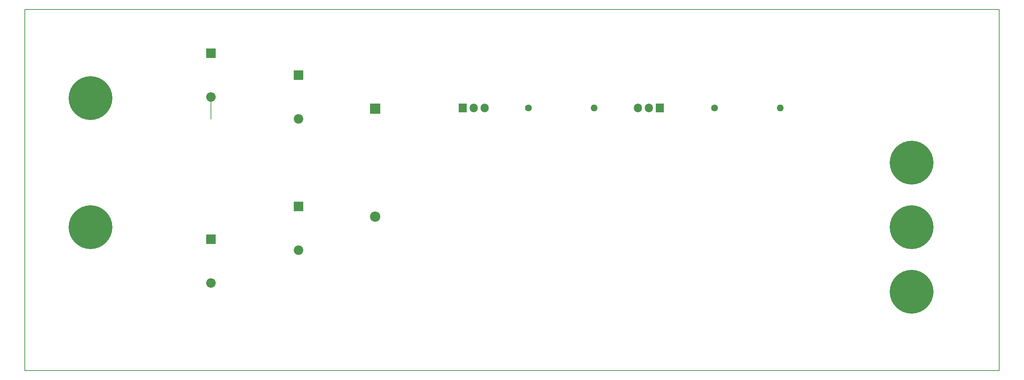
<source format=gbr>
%TF.GenerationSoftware,KiCad,Pcbnew,7.0.2*%
%TF.CreationDate,2023-06-04T14:04:22+05:30*%
%TF.ProjectId,Transmitter,5472616e-736d-4697-9474-65722e6b6963,rev?*%
%TF.SameCoordinates,Original*%
%TF.FileFunction,Copper,L1,Top*%
%TF.FilePolarity,Positive*%
%FSLAX46Y46*%
G04 Gerber Fmt 4.6, Leading zero omitted, Abs format (unit mm)*
G04 Created by KiCad (PCBNEW 7.0.2) date 2023-06-04 14:04:22*
%MOMM*%
%LPD*%
G01*
G04 APERTURE LIST*
%TA.AperFunction,NonConductor*%
%ADD10C,0.200000*%
%TD*%
%TA.AperFunction,ComponentPad*%
%ADD11R,1.905000X2.000000*%
%TD*%
%TA.AperFunction,ComponentPad*%
%ADD12O,1.905000X2.000000*%
%TD*%
%TA.AperFunction,ComponentPad*%
%ADD13R,2.200000X2.200000*%
%TD*%
%TA.AperFunction,ComponentPad*%
%ADD14O,2.200000X2.200000*%
%TD*%
%TA.AperFunction,ComponentPad*%
%ADD15C,1.600000*%
%TD*%
%TA.AperFunction,ComponentPad*%
%ADD16O,1.600000X1.600000*%
%TD*%
%TA.AperFunction,ComponentPad*%
%ADD17C,10.160000*%
%TD*%
%TA.AperFunction,ComponentPad*%
%ADD18R,2.400000X2.400000*%
%TD*%
%TA.AperFunction,ComponentPad*%
%ADD19O,2.400000X2.400000*%
%TD*%
G04 APERTURE END LIST*
D10*
X241300000Y-162560000D02*
X15240000Y-162560000D01*
X15240000Y-162560000D02*
X15240000Y-78740000D01*
X17780000Y-78740000D02*
X241300000Y-78740000D01*
X58420000Y-99060000D02*
X58420000Y-104140000D01*
X17780000Y-78740000D02*
X15240000Y-78740000D01*
X241300000Y-78740000D02*
X241300000Y-162560000D01*
D11*
%TO.P,U1,1,VI*%
%TO.N,Net-(D1-K)*%
X116840000Y-101600000D03*
D12*
%TO.P,U1,2,GND*%
%TO.N,GND*%
X119380000Y-101600000D03*
%TO.P,U1,3,VO*%
%TO.N,Net-(J1-Pin_3)*%
X121920000Y-101600000D03*
%TD*%
D13*
%TO.P,D3,1,K*%
%TO.N,Net-(D1-A)*%
X58420000Y-132080000D03*
D14*
%TO.P,D3,2,A*%
%TO.N,GND*%
X58420000Y-142240000D03*
%TD*%
D13*
%TO.P,D4,1,K*%
%TO.N,Net-(D2-A)*%
X78740000Y-124460000D03*
D14*
%TO.P,D4,2,A*%
%TO.N,GND*%
X78740000Y-134620000D03*
%TD*%
D15*
%TO.P,R2,1*%
%TO.N,GND*%
X175260000Y-101600000D03*
D16*
%TO.P,R2,2*%
%TO.N,Net-(J1-Pin_1)*%
X190500000Y-101600000D03*
%TD*%
D17*
%TO.P,J1,1,Pin_1*%
%TO.N,Net-(J1-Pin_1)*%
X220980000Y-114300000D03*
%TO.P,J1,2,Pin_2*%
%TO.N,Net-(J1-Pin_2)*%
X220980000Y-129290000D03*
%TO.P,J1,3,Pin_3*%
%TO.N,Net-(J1-Pin_3)*%
X220980000Y-144270000D03*
%TD*%
D15*
%TO.P,R1,1*%
%TO.N,Net-(J1-Pin_3)*%
X132080000Y-101600000D03*
D16*
%TO.P,R1,2*%
%TO.N,Net-(Q1-S)*%
X147320000Y-101600000D03*
%TD*%
D13*
%TO.P,D2,1,K*%
%TO.N,Net-(D1-K)*%
X78740000Y-93980000D03*
D14*
%TO.P,D2,2,A*%
%TO.N,Net-(D2-A)*%
X78740000Y-104140000D03*
%TD*%
D18*
%TO.P,C1,1*%
%TO.N,Net-(D1-K)*%
X96502500Y-101800000D03*
D19*
%TO.P,C1,2*%
%TO.N,GND*%
X96502500Y-126800000D03*
%TD*%
D17*
%TO.P,J2,1,Pin_1*%
%TO.N,Net-(D2-A)*%
X30480000Y-129300000D03*
%TO.P,J2,2,Pin_2*%
%TO.N,Net-(D1-A)*%
X30480000Y-99330000D03*
%TD*%
D11*
%TO.P,Q1,1,G*%
%TO.N,Net-(J1-Pin_2)*%
X162560000Y-101600000D03*
D12*
%TO.P,Q1,2,D*%
%TO.N,GND*%
X160020000Y-101600000D03*
%TO.P,Q1,3,S*%
%TO.N,Net-(Q1-S)*%
X157480000Y-101600000D03*
%TD*%
D13*
%TO.P,D1,1,K*%
%TO.N,Net-(D1-K)*%
X58420000Y-88900000D03*
D14*
%TO.P,D1,2,A*%
%TO.N,Net-(D1-A)*%
X58420000Y-99060000D03*
%TD*%
M02*

</source>
